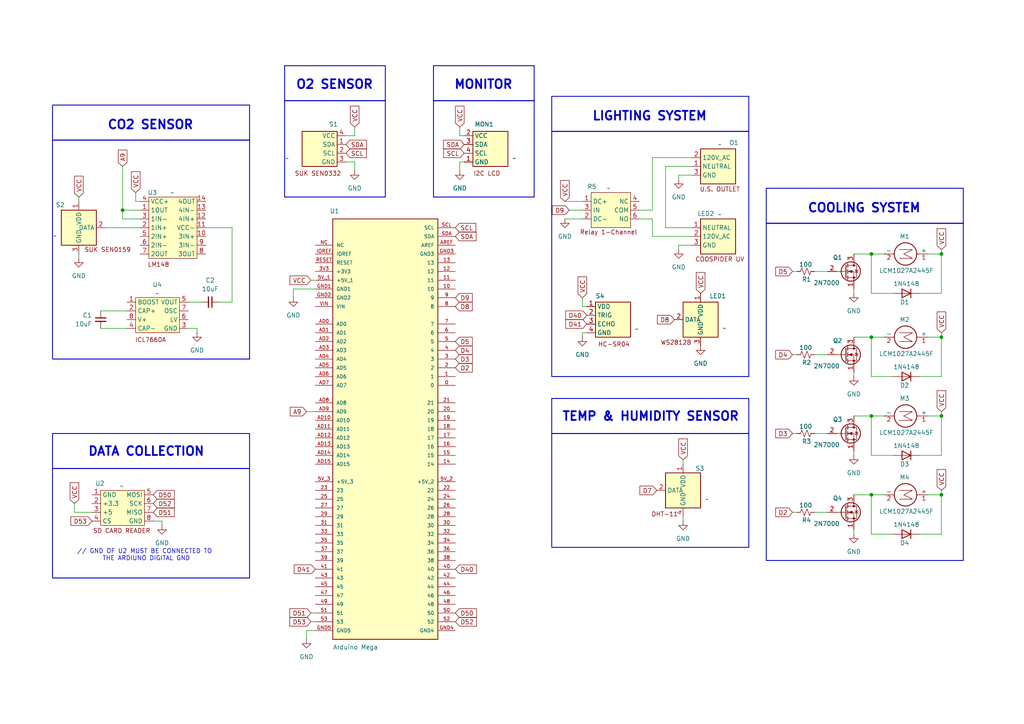
<source format=kicad_sch>
(kicad_sch (version 20231120) (generator "eeschema") (generator_version "8.0")
  (paper "A4")
  (title_block (title "MYCROFARM") (date "2024-11-06") (rev "2"))
  (lib_symbols
    (symbol "Custom:COOSPIDER_UV"
      (property "Reference" "LED" (at 0 0 0))
      (symbol "COOSPIDER_UV_0_1"
        (rectangle (start 0 -1.27) (end 10.16 -11.43) (stroke (width 0.254)) (fill (type background)))
      )
      (symbol "COOSPIDER_UV_1_1"
        (text "COOSPIDER UV\n" (at 4.572 -12.954 0) (effects (font (size 1.27 1.27))))
        (pin power_in line (at 12.7 -3.81 180) (length 2.54) (name "NEUTRAL") (number "1"))
        (pin power_in line (at 12.7 -6.35 180) (length 2.54) (name "120V_AC") (number "2"))
        (pin power_in line (at 12.7 -8.89 180) (length 2.54) (name "GND") (number "3"))
      )
    )
    (symbol "Custom:DHT-11"
      (property "Reference" "S" (at 0 0 0))
      (symbol "DHT-11_0_1"
        (rectangle (start -1.27 -2.54) (end 8.89 -12.7) (stroke (width 0.254)) (fill (type background)))
      )
      (symbol "DHT-11_1_1"
        (text "DHT-11\n" (at 9.144 -14.478 0) (effects (font (size 1.27 1.27))))
        (pin power_in line (at 3.81 0 270) (length 2.54) (name "VDD") (number "1"))
        (pin bidirectional line (at 11.43 -7.62 180) (length 2.54) (name "DATA") (number "2"))
        (pin no_connect line (at -1.27 -7.62 0) (length 2.54) hide (name "NC") (number "3"))
        (pin power_in line (at 3.81 -15.24 90) (length 2.54) (name "GND") (number "4"))
      )
    )
    (symbol "Custom:HC-SR04"
      (property "Reference" "S" (at 0 -1.016 0))
      (symbol "HC-SR04_0_1"
        (rectangle (start 0 -2.54) (end 10.16 -12.7) (stroke (width 0.254)) (fill (type background)))
      )
      (symbol "HC-SR04_1_1"
        (text "HC-SR04\n" (at 5.334 -14.732 0) (effects (font (size 1.27 1.27))))
        (pin power_in line (at -2.54 -3.81 0) (length 2.54) (name "VDD") (number "1"))
        (pin bidirectional line (at -2.54 -6.35 0) (length 2.54) (name "TRIG") (number "2"))
        (pin bidirectional line (at -2.54 -8.89 0) (length 2.54) (name "ECHO") (number "3"))
        (pin power_in line (at -2.54 -11.43 0) (length 2.54) (name "GND") (number "4"))
      )
    )
    (symbol "Custom:ICL7660A"
      (property "Reference" "U" (at -1.27 -1.27 0))
      (symbol "ICL7660A_1_1"
        (rectangle (start -1.27 -2.54) (end 11.43 -12.7) (fill (type background)))
        (text "ICL7660A\n" (at 3.048 -14.732 0) (effects (font (size 1.27 1.27))))
        (pin bidirectional line (at -3.81 -3.81 0) (length 2.54) (name "BOOST") (number "1"))
        (pin input line (at -3.81 -6.35 0) (length 2.54) (name "CAP+") (number "2"))
        (pin power_in line (at 13.97 -11.43 180) (length 2.54) (name "GND") (number "3"))
        (pin input line (at -3.81 -11.43 0) (length 2.54) (name "CAP-") (number "4"))
        (pin output line (at 13.97 -3.81 180) (length 2.54) (name "VOUT") (number "5"))
        (pin input line (at 13.97 -8.89 180) (length 2.54) (name "LV") (number "6"))
        (pin input line (at 13.97 -6.35 180) (length 2.54) (name "OSC") (number "7"))
        (pin power_in line (at -3.81 -8.89 0) (length 2.54) (name "V+") (number "8"))
      )
    )
    (symbol "Custom:LM148"
      (property "Reference" "U" (at 0 0 0))
      (symbol "LM148_1_1"
        (rectangle (start 0 -1.27) (end 13.97 -19.05) (fill (type background)))
        (text "LM148\n" (at 2.794 -20.828 0) (effects (font (size 1.27 1.27))))
        (pin output line (at -2.54 -5.08 0) (length 2.54) (name "1OUT") (number "1"))
        (pin input line (at 16.51 -12.7 180) (length 2.54) (name "3IN+") (number "10"))
        (pin input line (at 16.51 -10.16 180) (length 2.54) (name "VCC-") (number "11"))
        (pin input line (at 16.51 -7.62 180) (length 2.54) (name "4IN+") (number "12"))
        (pin input line (at 16.51 -5.08 180) (length 2.54) (name "4IN-") (number "13"))
        (pin output line (at 16.51 -2.54 180) (length 2.54) (name "4OUT") (number "14"))
        (pin input line (at -2.54 -10.16 0) (length 2.54) (name "1IN+") (number "2"))
        (pin input line (at -2.54 -7.62 0) (length 2.54) (name "1IN-") (number "3"))
        (pin input line (at -2.54 -2.54 0) (length 2.54) (name "VCC+") (number "4"))
        (pin input line (at -2.54 -12.7 0) (length 2.54) (name "2IN+") (number "5"))
        (pin input line (at -2.54 -15.24 0) (length 2.54) (name "2IN-") (number "6"))
        (pin output line (at -2.54 -17.78 0) (length 2.54) (name "2OUT") (number "7"))
        (pin output line (at 16.51 -17.78 180) (length 2.54) (name "3OUT") (number "8"))
        (pin input line (at 16.51 -15.24 180) (length 2.54) (name "3IN-") (number "9"))
      )
    )
    (symbol "Custom:SD_CARD_READER_OF_ARDIUNO_(D9)"
      (property "Reference" "U" (at 0 0 0))
      (symbol "SD_CARD_READER_OF_ARDIUNO_(D9)_1_1"
        (rectangle (start 0 -2.54) (end 12.7 -12.7) (fill (type background)))
        (text "SD CARD READER" (at 6.096 -14.224 0) (effects (font (size 1.27 1.27))))
        (pin power_in line (at -2.54 -3.81 0) (length 2.54) (name "GND") (number "1"))
        (pin power_in line (at -2.54 -6.35 0) (length 2.54) (name "+3.3") (number "2"))
        (pin power_in line (at -2.54 -8.89 0) (length 2.54) (name "+5") (number "3"))
        (pin bidirectional line (at -2.54 -11.43 0) (length 2.54) (name "CS") (number "4"))
        (pin bidirectional line (at 15.24 -3.81 180) (length 2.54) (name "MOSI") (number "5"))
        (pin bidirectional line (at 15.24 -6.35 180) (length 2.54) (name "SCK") (number "6"))
        (pin bidirectional line (at 15.24 -8.89 180) (length 2.54) (name "MISO") (number "7"))
        (pin power_in line (at 15.24 -11.43 180) (length 2.54) (name "GND") (number "8"))
      )
    )
    (symbol "Custom:SKU_SEN0159"
      (property "Reference" "S" (at -1.016 -0.762 0))
      (symbol "SKU_SEN0159_0_1"
        (rectangle (start -1.27 -2.54) (end 8.89 -12.7) (stroke (width 0.254)) (fill (type background)))
      )
      (symbol "SKU_SEN0159_1_1"
        (text "SUK SEN0159" (at 12.192 -13.97 0) (effects (font (size 1.27 1.27))))
        (pin power_in line (at 3.81 0 270) (length 2.54) (name "VDD") (number "1"))
        (pin bidirectional line (at 11.43 -7.62 180) (length 2.54) (name "DATA") (number "2"))
        (pin power_in line (at 3.81 -15.24 90) (length 2.54) (name "GND") (number "3"))
      )
    )
    (symbol "Custom:SKU_SEN0322"
      (property "Reference" "S" (at 0 0 0))
      (symbol "SKU_SEN0322_0_1"
        (rectangle (start -1.27 -1.27) (end 8.89 -11.43) (stroke (width 0.254)) (fill (type background)))
      )
      (symbol "SKU_SEN0322_1_1"
        (text "SUK SEN0332\n" (at 4.318 -13.462 0) (effects (font (size 1.27 1.27))))
        (pin bidirectional line (at -3.81 -5.08 0) (length 2.54) (name "SDA") (number "1"))
        (pin bidirectional line (at -3.81 -7.62 0) (length 2.54) (name "SCL") (number "2"))
        (pin power_in line (at -3.81 -10.16 0) (length 2.54) (name "GND") (number "3"))
        (pin power_in line (at -3.81 -2.54 0) (length 2.54) (name "VCC") (number "4"))
      )
    )
    (symbol "Custom:U.S._OUTLET"
      (property "Reference" "O" (at 0 0 0))
      (symbol "U.S._OUTLET_0_1"
        (rectangle (start -1.27 -2.54) (end 8.89 -12.7) (stroke (width 0.254)) (fill (type background)))
      )
      (symbol "U.S._OUTLET_1_1"
        (text "U.S. OUTLET\n" (at 3.302 -14.224 0) (effects (font (size 1.27 1.27))))
        (pin power_in line (at 11.43 -7.62 180) (length 2.54) (name "NEUTRAL") (number "1"))
        (pin power_in line (at 11.43 -5.08 180) (length 2.54) (name "120V_AC") (number "2"))
        (pin power_in line (at 11.43 -10.16 180) (length 2.54) (name "GND") (number "3"))
      )
    )
    (symbol "Custom:WS2812B_LED_STRIP"
      (property "Reference" "LED" (at 0 0 0))
      (symbol "WS2812B_LED_STRIP_0_1"
        (rectangle (start 0 -1.27) (end 10.16 -11.43) (stroke (width 0.254)) (fill (type background)))
      )
      (symbol "WS2812B_LED_STRIP_1_1"
        (text "WS2812B\n" (at 12.192 -12.954 0) (effects (font (size 1.27 1.27))))
        (pin power_in line (at 5.08 1.27 270) (length 2.54) (name "VDD") (number "1"))
        (pin bidirectional line (at 12.7 -6.35 180) (length 2.54) (name "DATA") (number "2"))
        (pin power_in line (at 5.08 -13.97 90) (length 2.54) (name "GND") (number "3"))
      )
    )
    (symbol "Device:C_Small" (pin_numbers hide) (pin_names (offset 0.254) hide)
      (property "Reference" "C" (at 0.254 1.778 0))
      (property "Value" "C_Small" (at 0.254 -2.032 0))
      (symbol "C_Small_0_1"
        (polyline (pts (xy -1.524 -0.508) (xy 1.524 -0.508)) (stroke (width 0.3302)))
        (polyline (pts (xy -1.524 0.508) (xy 1.524 0.508)) (stroke (width 0.3048)))
      )
      (symbol "C_Small_1_1"
        (pin passive line (at 0 2.54 270) (length 2.032) (name "~") (number "1"))
        (pin passive line (at 0 -2.54 90) (length 2.032) (name "~") (number "2"))
      )
    )
    (symbol "Device:R_Small_US" (pin_numbers hide) (pin_names (offset 0.254) hide)
      (property "Reference" "R" (at 0.762 0.508 0))
      (property "Value" "R_Small_US" (at 0.762 -1.016 0))
      (symbol "R_Small_US_1_1"
        (polyline (pts (xy 0 0) (xy 1.016 -0.381) (xy 0 -0.762) (xy -1.016 -1.143) (xy 0 -1.524)))
        (polyline (pts (xy 0 1.524) (xy 1.016 1.143) (xy 0 0.762) (xy -1.016 0.381) (xy 0 0)))
        (pin passive line (at 0 2.54 270) (length 1.016) (name "~") (number "1"))
        (pin passive line (at 0 -2.54 90) (length 1.016) (name "~") (number "2"))
      )
    )
    (symbol "Diode:1N4148WT" (pin_numbers hide) (pin_names hide)
      (property "Reference" "D" (at 0 2.54 0))
      (property "Value" "1N4148WT" (at 0 -2.54 0))
      (symbol "1N4148WT_0_1"
        (polyline (pts (xy -1.27 1.27) (xy -1.27 -1.27)) (stroke (width 0.254)))
        (polyline (pts (xy 1.27 0) (xy -1.27 0)))
        (polyline (pts (xy 1.27 1.27) (xy 1.27 -1.27) (xy -1.27 0) (xy 1.27 1.27)) (stroke (width 0.254)))
      )
      (symbol "1N4148WT_1_1"
        (pin passive line (at -3.81 0 0) (length 2.54) (name "K") (number "1"))
        (pin passive line (at 3.81 0 180) (length 2.54) (name "A") (number "2"))
      )
    )
    (symbol "I2C_LCD_DISPLAY_1"
      (property "Reference" "MON" (at 0 -1.27 0))
      (symbol "I2C_LCD_DISPLAY_1_0_1"
        (rectangle (start 0 -2.54) (end 10.16 -12.7) (stroke (width 0.254)) (fill (type background)))
      )
      (symbol "I2C_LCD_DISPLAY_1_1_1"
        (text "I2C LCD\n" (at 4.064 -14.732 0) (effects (font (size 1.27 1.27))))
        (pin power_in line (at -2.54 -11.43 0) (length 2.54) (name "GND") (number "1"))
        (pin power_in line (at -2.54 -3.81 0) (length 2.54) (name "VCC") (number "2"))
        (pin bidirectional line (at -2.54 -6.35 0) (length 2.54) (name "SDA") (number "3"))
        (pin bidirectional line (at -2.54 -8.89 0) (length 2.54) (name "SCL") (number "4"))
      )
    )
    (symbol "Motor:Motor_DC" (pin_names (offset 0))
      (property "Reference" "M" (at 2.54 2.54 0))
      (property "Value" "Motor_DC" (at 2.54 -5.08 0))
      (symbol "Motor_DC_0_0"
        (polyline (pts (xy -1.27 -3.302) (xy -1.27 0.508) (xy 0 -2.032) (xy 1.27 0.508) (xy 1.27 -3.302)))
      )
      (symbol "Motor_DC_0_1"
        (circle (center 0 -1.524) (radius 3.2512) (stroke (width 0.254)))
        (polyline (pts (xy 0 -7.62) (xy 0 -7.112)))
        (polyline (pts (xy 0 -4.7752) (xy 0 -5.1816)))
        (polyline (pts (xy 0 1.7272) (xy 0 2.0828)))
        (polyline (pts (xy 0 2.032) (xy 0 2.54)))
      )
      (symbol "Motor_DC_1_1"
        (pin passive line (at 0 5.08 270) (length 2.54) (name "+") (number "1"))
        (pin passive line (at 0 -7.62 90) (length 2.54) (name "-") (number "2"))
      )
    )
    (symbol "Other Integrated Circuits:Relay_5V_1-Channel"
      (property "Reference" "R" (at 0 0 0))
      (symbol "Relay_5V_1-Channel_1_1"
        (rectangle (start -1.27 -1.27) (end 10.16 -11.43) (fill (type background)))
        (text "Relay 1-Channel\n" (at 3.81 -12.7 0) (effects (font (size 1.27 1.27))))
        (pin input line (at -3.81 -3.81 0) (length 2.54) (name "DC+") (number "1"))
        (pin output line (at -3.81 -8.89 0) (length 2.54) (name "DC-") (number "2"))
        (pin input line (at -3.81 -6.35 0) (length 2.54) (name "IN") (number "3"))
        (pin output line (at 12.7 -3.81 180) (length 2.54) (name "NC") (number "4"))
        (pin input line (at 12.7 -6.35 180) (length 2.54) (name "COM") (number "5"))
        (pin output line (at 12.7 -8.89 180) (length 2.54) (name "NO") (number "6"))
      )
    )
    (symbol "Other Microcontroller:Arduino Mega" (pin_names (offset 1.016))
      (property "Reference" "A" (at -15.24 61.595 0))
      (property "Value" "Arduino Mega" (at -15.24 -63.5 0))
      (symbol "Arduino Mega_0_0"
        (rectangle (start -15.24 -60.96) (end 15.24 60.96) (stroke (width 0.254)) (fill (type background)))
        (pin passive line (at 20.32 12.7 180) (length 5.08) (name "0") (number "0"))
        (pin passive line (at 20.32 15.24 180) (length 5.08) (name "1") (number "1"))
        (pin passive line (at 20.32 40.64 180) (length 5.08) (name "10") (number "10"))
        (pin passive line (at 20.32 43.18 180) (length 5.08) (name "11") (number "11"))
        (pin passive line (at 20.32 45.72 180) (length 5.08) (name "12") (number "12"))
        (pin passive line (at 20.32 48.26 180) (length 5.08) (name "13") (number "13"))
        (pin passive line (at 20.32 -10.16 180) (length 5.08) (name "14") (number "14"))
        (pin passive line (at 20.32 -7.62 180) (length 5.08) (name "15") (number "15"))
        (pin passive line (at 20.32 -5.08 180) (length 5.08) (name "16") (number "16"))
        (pin passive line (at 20.32 -2.54 180) (length 5.08) (name "17") (number "17"))
        (pin passive line (at 20.32 0 180) (length 5.08) (name "18") (number "18"))
        (pin passive line (at 20.32 2.54 180) (length 5.08) (name "19") (number "19"))
        (pin passive line (at 20.32 17.78 180) (length 5.08) (name "2") (number "2"))
        (pin passive line (at 20.32 5.08 180) (length 5.08) (name "20") (number "20"))
        (pin passive line (at 20.32 7.62 180) (length 5.08) (name "21") (number "21"))
        (pin passive line (at 20.32 -17.78 180) (length 5.08) (name "22") (number "22"))
        (pin passive line (at -20.32 -17.78 0) (length 5.08) (name "23") (number "23"))
        (pin passive line (at 20.32 -20.32 180) (length 5.08) (name "24") (number "24"))
        (pin passive line (at -20.32 -20.32 0) (length 5.08) (name "25") (number "25"))
        (pin passive line (at 20.32 -22.86 180) (length 5.08) (name "26") (number "26"))
        (pin passive line (at -20.32 -22.86 0) (length 5.08) (name "27") (number "27"))
        (pin passive line (at 20.32 -25.4 180) (length 5.08) (name "28") (number "28"))
        (pin passive line (at -20.32 -25.4 0) (length 5.08) (name "29") (number "29"))
        (pin passive line (at 20.32 20.32 180) (length 5.08) (name "3") (number "3"))
        (pin passive line (at 20.32 -27.94 180) (length 5.08) (name "30") (number "30"))
        (pin passive line (at -20.32 -27.94 0) (length 5.08) (name "31") (number "31"))
        (pin passive line (at 20.32 -30.48 180) (length 5.08) (name "32") (number "32"))
        (pin passive line (at -20.32 -30.48 0) (length 5.08) (name "33") (number "33"))
        (pin passive line (at 20.32 -33.02 180) (length 5.08) (name "34") (number "34"))
        (pin passive line (at -20.32 -33.02 0) (length 5.08) (name "35") (number "35"))
        (pin passive line (at 20.32 -35.56 180) (length 5.08) (name "36") (number "36"))
        (pin passive line (at -20.32 -35.56 0) (length 5.08) (name "37") (number "37"))
        (pin passive line (at 20.32 -38.1 180) (length 5.08) (name "38") (number "38"))
        (pin passive line (at -20.32 -38.1 0) (length 5.08) (name "39") (number "39"))
        (pin passive line (at -20.32 45.72 0) (length 5.08) (name "+3V3") (number "3V3"))
        (pin passive line (at 20.32 22.86 180) (length 5.08) (name "4") (number "4"))
        (pin passive line (at 20.32 -40.64 180) (length 5.08) (name "40") (number "40"))
        (pin passive line (at -20.32 -40.64 0) (length 5.08) (name "41") (number "41"))
        (pin passive line (at 20.32 -43.18 180) (length 5.08) (name "42") (number "42"))
        (pin passive line (at -20.32 -43.18 0) (length 5.08) (name "43") (number "43"))
        (pin passive line (at 20.32 -45.72 180) (length 5.08) (name "44") (number "44"))
        (pin passive line (at -20.32 -45.72 0) (length 5.08) (name "45") (number "45"))
        (pin passive line (at 20.32 -48.26 180) (length 5.08) (name "46") (number "46"))
        (pin passive line (at -20.32 -48.26 0) (length 5.08) (name "47") (number "47"))
        (pin passive line (at 20.32 -50.8 180) (length 5.08) (name "48") (number "48"))
        (pin passive line (at -20.32 -50.8 0) (length 5.08) (name "49") (number "49"))
        (pin passive line (at 20.32 25.4 180) (length 5.08) (name "5") (number "5"))
        (pin passive line (at 20.32 -53.34 180) (length 5.08) (name "50") (number "50"))
        (pin passive line (at -20.32 -53.34 0) (length 5.08) (name "51") (number "51"))
        (pin passive line (at 20.32 -55.88 180) (length 5.08) (name "52") (number "52"))
        (pin passive line (at -20.32 -55.88 0) (length 5.08) (name "53") (number "53"))
        (pin passive line (at -20.32 43.18 0) (length 5.08) (name "+5V_1") (number "5V_1"))
        (pin passive line (at 20.32 -15.24 180) (length 5.08) (name "+5V_2") (number "5V_2"))
        (pin passive line (at -20.32 -15.24 0) (length 5.08) (name "+5V_3") (number "5V_3"))
        (pin passive line (at 20.32 27.94 180) (length 5.08) (name "6") (number "6"))
        (pin passive line (at 20.32 30.48 180) (length 5.08) (name "7") (number "7"))
        (pin passive line (at 20.32 35.56 180) (length 5.08) (name "8") (number "8"))
        (pin passive line (at 20.32 38.1 180) (length 5.08) (name "9") (number "9"))
        (pin passive line (at -20.32 30.48 0) (length 5.08) (name "AD0") (number "AD0"))
        (pin passive line (at -20.32 27.94 0) (length 5.08) (name "AD1") (number "AD1"))
        (pin passive line (at -20.32 2.54 0) (length 5.08) (name "AD10") (number "AD10"))
        (pin passive line (at -20.32 0 0) (length 5.08) (name "AD11") (number "AD11"))
        (pin passive line (at -20.32 -2.54 0) (length 5.08) (name "AD12") (number "AD12"))
        (pin passive line (at -20.32 -5.08 0) (length 5.08) (name "AD13") (number "AD13"))
        (pin passive line (at -20.32 -7.62 0) (length 5.08) (name "AD14") (number "AD14"))
        (pin passive line (at -20.32 -10.16 0) (length 5.08) (name "AD15") (number "AD15"))
        (pin passive line (at -20.32 25.4 0) (length 5.08) (name "AD2") (number "AD2"))
        (pin passive line (at -20.32 22.86 0) (length 5.08) (name "AD3") (number "AD3"))
        (pin passive line (at -20.32 20.32 0) (length 5.08) (name "AD4") (number "AD4"))
        (pin passive line (at -20.32 17.78 0) (length 5.08) (name "AD5") (number "AD5"))
        (pin passive line (at -20.32 15.24 0) (length 5.08) (name "AD6") (number "AD6"))
        (pin passive line (at -20.32 12.7 0) (length 5.08) (name "AD7") (number "AD7"))
        (pin passive line (at -20.32 7.62 0) (length 5.08) (name "AD8") (number "AD8"))
        (pin passive line (at -20.32 5.08 0) (length 5.08) (name "AD9") (number "AD9"))
        (pin passive line (at 20.32 53.34 180) (length 5.08) (name "AREF") (number "AREF"))
        (pin passive line (at -20.32 40.64 0) (length 5.08) (name "GND1") (number "GND1"))
        (pin passive line (at -20.32 38.1 0) (length 5.08) (name "GND2") (number "GND2"))
        (pin passive line (at 20.32 50.8 180) (length 5.08) (name "GND3") (number "GND3"))
        (pin passive line (at 20.32 -58.42 180) (length 5.08) (name "GND4") (number "GND4"))
        (pin passive line (at -20.32 -58.42 0) (length 5.08) (name "GND5") (number "GND5"))
        (pin passive line (at -20.32 50.8 0) (length 5.08) (name "IOREF") (number "IOREF"))
        (pin passive line (at -20.32 53.34 0) (length 5.08) (name "NC") (number "NC"))
        (pin passive line (at -20.32 48.26 0) (length 5.08) (name "RESET") (number "RESET"))
        (pin passive line (at 20.32 58.42 180) (length 5.08) (name "SCL") (number "SCL"))
        (pin passive line (at 20.32 55.88 180) (length 5.08) (name "SDA") (number "SDA"))
        (pin passive line (at -20.32 35.56 0) (length 5.08) (name "VIN") (number "VIN"))
      )
    )
    (symbol "Transistor_FET:2N7000" (pin_names hide)
      (property "Reference" "Q" (at 5.08 1.905 0))
      (property "Value" "2N7000" (at 5.08 0 0))
      (symbol "2N7000_0_1"
        (polyline (pts (xy 0.254 0) (xy -2.54 0)))
        (polyline (pts (xy 0.254 1.905) (xy 0.254 -1.905)) (stroke (width 0.254)))
        (polyline (pts (xy 0.762 -1.27) (xy 0.762 -2.286)) (stroke (width 0.254)))
        (polyline (pts (xy 0.762 0.508) (xy 0.762 -0.508)) (stroke (width 0.254)))
        (polyline (pts (xy 0.762 2.286) (xy 0.762 1.27)) (stroke (width 0.254)))
        (polyline (pts (xy 2.54 2.54) (xy 2.54 1.778)))
        (polyline (pts (xy 2.54 -2.54) (xy 2.54 0) (xy 0.762 0)))
        (polyline (pts (xy 0.762 -1.778) (xy 3.302 -1.778) (xy 3.302 1.778) (xy 0.762 1.778)))
        (polyline (pts (xy 1.016 0) (xy 2.032 0.381) (xy 2.032 -0.381) (xy 1.016 0)) (fill (type outline)))
        (polyline (pts (xy 2.794 0.508) (xy 2.921 0.381) (xy 3.683 0.381) (xy 3.81 0.254)))
        (polyline (pts (xy 3.302 0.381) (xy 2.921 -0.254) (xy 3.683 -0.254) (xy 3.302 0.381)))
        (circle (center 1.651 0) (radius 2.794) (stroke (width 0.254)))
        (circle (center 2.54 -1.778) (radius 0.254) (fill (type outline)))
        (circle (center 2.54 1.778) (radius 0.254) (fill (type outline)))
      )
      (symbol "2N7000_1_1"
        (pin passive line (at 2.54 -5.08 90) (length 2.54) (name "S") (number "1"))
        (pin input line (at -5.08 0 0) (length 2.54) (name "G") (number "2"))
        (pin passive line (at 2.54 5.08 270) (length 2.54) (name "D") (number "3"))
      )
    )
    (symbol "power:GND" (power) (pin_numbers hide) (pin_names (offset 0) hide)
      (property "Value" "GND" (at 0 -3.81 0))
      (symbol "GND_0_1"
        (polyline (pts (xy 0 0) (xy 0 -1.27) (xy 1.27 -1.27) (xy 0 -2.54) (xy -1.27 -1.27) (xy 0 -1.27)))
      )
      (symbol "GND_1_1"
        (pin power_in line (at 0 0 270) (length 0) (name "~") (number "1"))
      )
    )
  )
  (junction (at 35.56 60.96))
  (junction (at 273.05 120.65))
  (junction (at 252.73 73.66))
  (junction (at 273.05 97.79))
  (junction (at 273.05 73.66))
  (junction (at 252.73 97.79))
  (junction (at 273.05 143.51))
  (junction (at 252.73 143.51))
  (junction (at 252.73 120.65))
  (wire (pts (xy 200.66 50.8) (xy 196.85 50.8)))
  (wire (pts (xy 46.99 151.13) (xy 46.99 152.4)))
  (wire (pts (xy 273.05 142.24) (xy 273.05 143.51)))
  (wire (pts (xy 196.85 71.12) (xy 196.85 72.39)))
  (wire (pts (xy 21.59 146.05) (xy 21.59 148.59)))
  (wire (pts (xy 269.24 143.51) (xy 273.05 143.51)))
  (wire (pts (xy 189.23 60.96) (xy 185.42 60.96)))
  (wire (pts (xy 189.23 45.72) (xy 189.23 60.96)))
  (wire (pts (xy 170.18 96.52) (xy 168.91 96.52)))
  (wire (pts (xy 189.23 45.72) (xy 200.66 45.72)))
  (wire (pts (xy 229.87 102.87) (xy 231.14 102.87)))
  (wire (pts (xy 269.24 73.66) (xy 273.05 73.66)))
  (wire (pts (xy 133.35 39.37) (xy 134.62 39.37)))
  (wire (pts (xy 90.17 81.28) (xy 91.44 81.28)))
  (wire (pts (xy 266.7 132.08) (xy 273.05 132.08)))
  (wire (pts (xy 252.73 85.09) (xy 259.08 85.09)))
  (wire (pts (xy 189.23 63.5) (xy 189.23 68.58)))
  (wire (pts (xy 90.17 177.8) (xy 91.44 177.8)))
  (wire (pts (xy 252.73 109.22) (xy 259.08 109.22)))
  (wire (pts (xy 273.05 96.52) (xy 273.05 97.79)))
  (wire (pts (xy 273.05 72.39) (xy 273.05 73.66)))
  (wire (pts (xy 102.87 49.53) (xy 102.87 46.99)))
  (wire (pts (xy 39.37 58.42) (xy 40.64 58.42)))
  (wire (pts (xy 196.85 50.8) (xy 196.85 52.07)))
  (wire (pts (xy 236.22 148.59) (xy 240.03 148.59)))
  (wire (pts (xy 44.45 151.13) (xy 46.99 151.13)))
  (wire (pts (xy 91.44 182.88) (xy 88.9 182.88)))
  (wire (pts (xy 193.04 66.04) (xy 200.66 66.04)))
  (wire (pts (xy 198.12 134.62) (xy 198.12 133.35)))
  (wire (pts (xy 252.73 97.79) (xy 252.73 109.22)))
  (wire (pts (xy 247.65 143.51) (xy 252.73 143.51)))
  (wire (pts (xy 236.22 102.87) (xy 240.03 102.87)))
  (wire (pts (xy 29.21 95.25) (xy 36.83 95.25)))
  (wire (pts (xy 247.65 130.81) (xy 247.65 132.08)))
  (wire (pts (xy 85.09 83.82) (xy 85.09 86.36)))
  (wire (pts (xy 266.7 109.22) (xy 273.05 109.22)))
  (wire (pts (xy 269.24 120.65) (xy 273.05 120.65)))
  (wire (pts (xy 200.66 48.26) (xy 193.04 48.26)))
  (wire (pts (xy 133.35 49.53) (xy 133.35 46.99)))
  (wire (pts (xy 193.04 48.26) (xy 193.04 66.04)))
  (wire (pts (xy 247.65 120.65) (xy 252.73 120.65)))
  (wire (pts (xy 252.73 73.66) (xy 256.54 73.66)))
  (wire (pts (xy 40.64 63.5) (xy 35.56 63.5)))
  (wire (pts (xy 102.87 39.37) (xy 102.87 36.83)))
  (wire (pts (xy 273.05 97.79) (xy 273.05 109.22)))
  (wire (pts (xy 252.73 97.79) (xy 256.54 97.79)))
  (wire (pts (xy 54.61 87.63) (xy 58.42 87.63)))
  (wire (pts (xy 39.37 55.88) (xy 39.37 58.42)))
  (wire (pts (xy 165.1 60.96) (xy 168.91 60.96)))
  (wire (pts (xy 266.7 85.09) (xy 273.05 85.09)))
  (wire (pts (xy 57.15 95.25) (xy 57.15 96.52)))
  (wire (pts (xy 21.59 148.59) (xy 26.67 148.59)))
  (wire (pts (xy 252.73 120.65) (xy 256.54 120.65)))
  (wire (pts (xy 133.35 46.99) (xy 134.62 46.99)))
  (wire (pts (xy 88.9 182.88) (xy 88.9 185.42)))
  (wire (pts (xy 252.73 73.66) (xy 252.73 85.09)))
  (wire (pts (xy 252.73 154.94) (xy 259.08 154.94)))
  (wire (pts (xy 90.17 180.34) (xy 91.44 180.34)))
  (wire (pts (xy 273.05 73.66) (xy 273.05 85.09)))
  (wire (pts (xy 247.65 83.82) (xy 247.65 85.09)))
  (wire (pts (xy 252.73 132.08) (xy 259.08 132.08)))
  (wire (pts (xy 236.22 78.74) (xy 240.03 78.74)))
  (wire (pts (xy 85.09 83.82) (xy 91.44 83.82)))
  (wire (pts (xy 236.22 125.73) (xy 240.03 125.73)))
  (wire (pts (xy 266.7 154.94) (xy 273.05 154.94)))
  (wire (pts (xy 29.21 90.17) (xy 36.83 90.17)))
  (wire (pts (xy 269.24 97.79) (xy 273.05 97.79)))
  (wire (pts (xy 91.44 119.38) (xy 88.9 119.38)))
  (wire (pts (xy 35.56 48.26) (xy 35.56 60.96)))
  (wire (pts (xy 247.65 97.79) (xy 252.73 97.79)))
  (wire (pts (xy 189.23 68.58) (xy 200.66 68.58)))
  (wire (pts (xy 200.66 71.12) (xy 196.85 71.12)))
  (wire (pts (xy 252.73 143.51) (xy 252.73 154.94)))
  (wire (pts (xy 273.05 120.65) (xy 273.05 132.08)))
  (wire (pts (xy 229.87 148.59) (xy 231.14 148.59)))
  (wire (pts (xy 67.31 87.63) (xy 63.5 87.63)))
  (wire (pts (xy 185.42 63.5) (xy 189.23 63.5)))
  (wire (pts (xy 35.56 60.96) (xy 40.64 60.96)))
  (wire (pts (xy 30.48 66.04) (xy 40.64 66.04)))
  (wire (pts (xy 35.56 60.96) (xy 35.56 63.5)))
  (wire (pts (xy 102.87 46.99) (xy 100.33 46.99)))
  (wire (pts (xy 168.91 96.52) (xy 168.91 97.79)))
  (wire (pts (xy 273.05 119.38) (xy 273.05 120.65)))
  (wire (pts (xy 67.31 66.04) (xy 67.31 87.63)))
  (wire (pts (xy 22.86 73.66) (xy 22.86 74.93)))
  (wire (pts (xy 198.12 149.86) (xy 198.12 151.13)))
  (wire (pts (xy 247.65 153.67) (xy 247.65 154.94)))
  (wire (pts (xy 168.91 86.36) (xy 168.91 88.9)))
  (wire (pts (xy 170.18 88.9) (xy 168.91 88.9)))
  (wire (pts (xy 247.65 107.95) (xy 247.65 109.22)))
  (wire (pts (xy 54.61 95.25) (xy 57.15 95.25)))
  (wire (pts (xy 163.83 58.42) (xy 168.91 58.42)))
  (wire (pts (xy 273.05 143.51) (xy 273.05 154.94)))
  (wire (pts (xy 252.73 120.65) (xy 252.73 132.08)))
  (wire (pts (xy 252.73 143.51) (xy 256.54 143.51)))
  (wire (pts (xy 229.87 125.73) (xy 231.14 125.73)))
  (wire (pts (xy 22.86 57.15) (xy 22.86 58.42)))
  (wire (pts (xy 163.83 63.5) (xy 168.91 63.5)))
  (wire (pts (xy 100.33 39.37) (xy 102.87 39.37)))
  (wire (pts (xy 133.35 39.37) (xy 133.35 36.83)))
  (wire (pts (xy 247.65 73.66) (xy 252.73 73.66)))
  (wire (pts (xy 229.87 78.74) (xy 231.14 78.74)))
  (wire (pts (xy 59.69 66.04) (xy 67.31 66.04)))
  (rectangle (start 222.25 54.61) (end 279.4 64.77) (stroke (width 0.254)))
  (rectangle (start 160.02 115.57) (end 217.17 125.73) (stroke (width 0.254)))
  (rectangle (start 15.24 135.89) (end 72.39 167.64) (stroke (width 0.254)))
  (rectangle (start 15.24 125.73) (end 72.39 135.89) (stroke (width 0.254)))
  (rectangle (start 82.55 29.21) (end 111.76 57.15) (stroke (width 0.254)))
  (rectangle (start 160.02 38.1) (end 217.17 109.22) (stroke (width 0.254)))
  (rectangle (start 160.02 27.94) (end 217.17 38.1) (stroke (width 0.254)))
  (rectangle (start 15.24 30.48) (end 72.39 40.64) (stroke (width 0.254)))
  (rectangle (start 82.55 19.05) (end 111.76 29.21) (stroke (width 0.254)))
  (rectangle (start 125.73 29.21) (end 154.94 57.15) (stroke (width 0.254)))
  (rectangle (start 222.25 64.77) (end 279.4 162.56) (stroke (width 0.254)))
  (rectangle (start 125.73 19.05) (end 154.94 29.21) (stroke (width 0.254)))
  (rectangle (start 160.02 125.73) (end 217.17 158.75) (stroke (width 0.254)))
  (rectangle (start 15.24 40.64) (end 72.39 104.14) (stroke (width 0.254)))
  (text "TEMP & HUMIDITY SENSOR" (at 188.722 120.904 0) (effects (font (size 2.54 2.54) (thickness 0.508) (bold yes))))
  (text "\n LIGHTING SYSTEM" (at 187.452 31.75 0) (effects (font (size 2.54 2.54) (thickness 0.508) (bold yes))))
  (text "DATA COLLECTION\n" (at 42.418 131.064 0) (effects (font (size 2.54 2.54) (thickness 0.508) (bold yes))))
  (text "O2 SENSOR\n" (at 97.028 24.638 0) (effects (font (size 2.54 2.54) (thickness 0.508) (bold yes))))
  (text "MONITOR\n" (at 140.208 24.638 0) (effects (font (size 2.54 2.54) (thickness 0.508) (bold yes))))
  (text "// GND OF U2 MUST BE CONNECTED TO \nTHE ARDIUNO DIGITAL GND" (at 42.418 161.036 0) (effects (font (size 1.27 1.27))))
  (text "\n COOLING SYSTEM" (at 249.682 58.42 0) (effects (font (size 2.54 2.54) (thickness 0.508) (bold yes))))
  (text "\n CO2 SENSOR" (at 42.672 34.29 0) (effects (font (size 2.54 2.54) (thickness 0.508) (bold yes))))
  (global_label "D40" (shape input) (at 170.18 91.44 180) (property "Intersheetrefs" "${INTERSHEET_REFS}" (effects (hide yes))))
  (global_label "D8" (shape input) (at 195.58 92.71 180) (property "Intersheetrefs" "${INTERSHEET_REFS}" (effects (hide yes))))
  (global_label "A9" (shape input) (at 88.9 119.38 180) (property "Intersheetrefs" "${INTERSHEET_REFS}" (effects (hide yes))))
  (global_label "VCC" (shape input) (at 273.05 142.24 90) (property "Intersheetrefs" "${INTERSHEET_REFS}" (effects (hide yes))))
  (global_label "D51" (shape input) (at 90.17 177.8 180) (property "Intersheetrefs" "${INTERSHEET_REFS}" (effects (hide yes))))
  (global_label "VCC" (shape input) (at 168.91 86.36 90) (property "Intersheetrefs" "${INTERSHEET_REFS}" (effects (hide yes))))
  (global_label "D52" (shape input) (at 44.45 146.05 0) (property "Intersheetrefs" "${INTERSHEET_REFS}" (effects (hide yes))))
  (global_label "VCC" (shape input) (at 163.83 58.42 90) (property "Intersheetrefs" "${INTERSHEET_REFS}" (effects (hide yes))))
  (global_label "SCL" (shape input) (at 134.62 44.45 180) (property "Intersheetrefs" "${INTERSHEET_REFS}" (effects (hide yes))))
  (global_label "D41" (shape input) (at 91.44 165.1 180) (property "Intersheetrefs" "${INTERSHEET_REFS}" (effects (hide yes))))
  (global_label "D50" (shape input) (at 132.08 177.8 0) (property "Intersheetrefs" "${INTERSHEET_REFS}" (effects (hide yes))))
  (global_label "A9" (shape input) (at 35.56 48.26 90) (property "Intersheetrefs" "${INTERSHEET_REFS}" (effects (hide yes))))
  (global_label "VCC" (shape input) (at 273.05 72.39 90) (property "Intersheetrefs" "${INTERSHEET_REFS}" (effects (hide yes))))
  (global_label "D41" (shape input) (at 170.18 93.98 180) (property "Intersheetrefs" "${INTERSHEET_REFS}" (effects (hide yes))))
  (global_label "D40" (shape input) (at 132.08 165.1 0) (property "Intersheetrefs" "${INTERSHEET_REFS}" (effects (hide yes))))
  (global_label "SDA" (shape input) (at 132.08 68.58 0) (property "Intersheetrefs" "${INTERSHEET_REFS}" (effects (hide yes))))
  (global_label "D5" (shape input) (at 132.08 99.06 0) (property "Intersheetrefs" "${INTERSHEET_REFS}" (effects (hide yes))))
  (global_label "D52" (shape input) (at 132.08 180.34 0) (property "Intersheetrefs" "${INTERSHEET_REFS}" (effects (hide yes))))
  (global_label "VCC" (shape input) (at 22.86 57.15 90) (property "Intersheetrefs" "${INTERSHEET_REFS}" (effects (hide yes))))
  (global_label "D4" (shape input) (at 132.08 101.6 0) (property "Intersheetrefs" "${INTERSHEET_REFS}" (effects (hide yes))))
  (global_label "VCC" (shape input) (at 102.87 36.83 90) (property "Intersheetrefs" "${INTERSHEET_REFS}" (effects (hide yes))))
  (global_label "VCC" (shape input) (at 198.12 133.35 90) (property "Intersheetrefs" "${INTERSHEET_REFS}" (effects (hide yes))))
  (global_label "D3" (shape input) (at 132.08 104.14 0) (property "Intersheetrefs" "${INTERSHEET_REFS}" (effects (hide yes))))
  (global_label "SDA" (shape input) (at 100.33 41.91 0) (property "Intersheetrefs" "${INTERSHEET_REFS}" (effects (hide yes))))
  (global_label "D2" (shape input) (at 229.87 148.59 180) (property "Intersheetrefs" "${INTERSHEET_REFS}" (effects (hide yes))))
  (global_label "SCL" (shape input) (at 132.08 66.04 0) (property "Intersheetrefs" "${INTERSHEET_REFS}" (effects (hide yes))))
  (global_label "D50" (shape input) (at 44.45 143.51 0) (property "Intersheetrefs" "${INTERSHEET_REFS}" (effects (hide yes))))
  (global_label "VCC" (shape input) (at 90.17 81.28 180) (property "Intersheetrefs" "${INTERSHEET_REFS}" (effects (hide yes))))
  (global_label "VCC" (shape input) (at 273.05 119.38 90) (property "Intersheetrefs" "${INTERSHEET_REFS}" (effects (hide yes))))
  (global_label "D3" (shape input) (at 229.87 125.73 180) (property "Intersheetrefs" "${INTERSHEET_REFS}" (effects (hide yes))))
  (global_label "VCC" (shape input) (at 21.59 146.05 90) (property "Intersheetrefs" "${INTERSHEET_REFS}" (effects (hide yes))))
  (global_label "VCC" (shape input) (at 203.2 85.09 90) (property "Intersheetrefs" "${INTERSHEET_REFS}" (effects (hide yes))))
  (global_label "D53" (shape input) (at 26.67 151.13 180) (property "Intersheetrefs" "${INTERSHEET_REFS}" (effects (hide yes))))
  (global_label "D4" (shape input) (at 229.87 102.87 180) (property "Intersheetrefs" "${INTERSHEET_REFS}" (effects (hide yes))))
  (global_label "D7" (shape input) (at 190.5 142.24 180) (property "Intersheetrefs" "${INTERSHEET_REFS}" (effects (hide yes))))
  (global_label "D8" (shape input) (at 132.08 88.9 0) (property "Intersheetrefs" "${INTERSHEET_REFS}" (effects (hide yes))))
  (global_label "D2" (shape input) (at 132.08 106.68 0) (property "Intersheetrefs" "${INTERSHEET_REFS}" (effects (hide yes))))
  (global_label "D53" (shape input) (at 90.17 180.34 180) (property "Intersheetrefs" "${INTERSHEET_REFS}" (effects (hide yes))))
  (global_label "SDA" (shape input) (at 134.62 41.91 180) (property "Intersheetrefs" "${INTERSHEET_REFS}" (effects (hide yes))))
  (global_label "D9" (shape input) (at 165.1 60.96 180) (property "Intersheetrefs" "${INTERSHEET_REFS}" (effects (hide yes))))
  (global_label "D5" (shape input) (at 229.87 78.74 180) (property "Intersheetrefs" "${INTERSHEET_REFS}" (effects (hide yes))))
  (global_label "SCL" (shape input) (at 100.33 44.45 0) (property "Intersheetrefs" "${INTERSHEET_REFS}" (effects (hide yes))))
  (global_label "D51" (shape input) (at 44.45 148.59 0) (property "Intersheetrefs" "${INTERSHEET_REFS}" (effects (hide yes))))
  (global_label "VCC" (shape input) (at 133.35 36.83 90) (property "Intersheetrefs" "${INTERSHEET_REFS}" (effects (hide yes))))
  (global_label "VCC" (shape input) (at 39.37 55.88 90) (property "Intersheetrefs" "${INTERSHEET_REFS}" (effects (hide yes))))
  (global_label "D9" (shape input) (at 132.08 86.36 0) (property "Intersheetrefs" "${INTERSHEET_REFS}" (effects (hide yes))))
  (global_label "VCC" (shape input) (at 273.05 96.52 90) (property "Intersheetrefs" "${INTERSHEET_REFS}" (effects (hide yes))))
  (symbol (lib_name "I2C_LCD_DISPLAY_1") (lib_id "Custom:I2C_LCD_DISPLAY") (at 137.16 35.56 0) (unit 1)
    (property "Reference" "MON1" (at 137.668 36.068 0) (effects (justify left)))
    (property "Value" "~" (at 148.59 45.9133 0) (effects (justify left)))
  )
  (symbol (lib_id "power:GND") (at 247.65 132.08 0) (unit 1)
    (property "Reference" "#PWR04" (effects (hide yes)))
    (property "Value" "GND" (at 247.65 137.16 0))
    (property "Description" "Power symbol creates a global label with name \"GND\" , ground" (effects (hide yes)))
  )
  (symbol (lib_id "power:GND") (at 196.85 52.07 0) (unit 1)
    (property "Reference" "#PWR013" (effects (hide yes)))
    (property "Value" "GND" (at 196.85 57.15 0))
    (property "Description" "Power symbol creates a global label with name \"GND\" , ground" (effects (hide yes)))
  )
  (symbol (lib_id "power:GND") (at 46.99 152.4 0) (unit 1)
    (property "Reference" "#PWR08" (effects (hide yes)))
    (property "Value" "GND" (at 46.99 157.48 0))
    (property "Description" "Power symbol creates a global label with name \"GND\" , ground" (effects (hide yes)))
  )
  (symbol (lib_id "Device:C_Small") (at 29.21 92.71 0) (mirror y) (unit 1)
    (property "Reference" "C1" (at 26.67 91.4462 0) (effects (justify left)))
    (property "Value" "10uF" (at 26.67 93.9862 0) (effects (justify left)))
    (property "Description" "Unpolarized capacitor, small symbol" (effects (hide yes)))
  )
  (symbol (lib_id "power:GND") (at 247.65 109.22 0) (unit 1)
    (property "Reference" "#PWR03" (effects (hide yes)))
    (property "Value" "GND" (at 247.65 114.3 0))
    (property "Description" "Power symbol creates a global label with name \"GND\" , ground" (effects (hide yes)))
  )
  (symbol (lib_id "Custom:HC-SR04") (at 172.72 85.09 0) (unit 1)
    (property "Reference" "S4" (at 172.72 85.852 0) (effects (justify left)))
    (property "Value" "~" (at 184.15 95.4433 0) (effects (justify left)))
  )
  (symbol (lib_id "Motor:Motor_DC") (at 264.16 73.66 270) (mirror x) (unit 1)
    (property "Reference" "M1" (at 262.382 68.58 90))
    (property "Value" "LCM1027A2445F" (at 262.89 78.486 90))
    (property "Description" "DC Motor" (effects (hide yes)))
  )
  (symbol (lib_id "Motor:Motor_DC") (at 264.16 143.51 270) (mirror x) (unit 1)
    (property "Reference" "M4" (at 262.382 138.43 90))
    (property "Value" "LCM1027A2445F" (at 262.89 148.336 90))
    (property "Description" "DC Motor" (effects (hide yes)))
  )
  (symbol (lib_id "Custom:SKU_SEN0159") (at 19.05 58.42 0) (unit 1)
    (property "Reference" "S2" (at 18.796 59.436 0) (effects (justify right)))
    (property "Value" "~" (at 16.51 68.3923 0) (effects (justify right)))
  )
  (symbol (lib_id "Custom:U.S._OUTLET") (at 212.09 40.64 0) (mirror y) (unit 1)
    (property "Reference" "O1" (at 212.852 41.402 0))
    (property "Value" "~" (at 208.788 41.91 0))
  )
  (symbol (lib_id "Transistor_FET:2N7000") (at 245.11 102.87 0) (unit 1)
    (property "Reference" "Q2" (at 241.554 98.806 0) (effects (justify left)))
    (property "Value" "2N7000" (at 235.966 106.172 0) (effects (justify left)))
    (property "Footprint" "Package_TO_SOT_THT:TO-92_Inline" (effects (hide yes)))
    (property "Datasheet" "https://www.vishay.com/docs/70226/70226.pdf" (effects (hide yes)))
    (property "Description" "0.2A Id, 200V Vds, N-Channel MOSFET, 2.6V Logic Level, TO-92" (effects (hide yes)))
  )
  (symbol (lib_id "power:GND") (at 203.2 100.33 0) (unit 1)
    (property "Reference" "#PWR011" (effects (hide yes)))
    (property "Value" "GND" (at 203.2 105.41 0))
    (property "Description" "Power symbol creates a global label with name \"GND\" , ground" (effects (hide yes)))
  )
  (symbol (lib_id "Diode:1N4148WT") (at 262.89 154.94 0) (mirror y) (unit 1)
    (property "Reference" "D4" (at 262.382 157.48 0))
    (property "Value" "1N4148" (at 262.89 152.146 0))
    (property "Footprint" "Diode_SMD:D_SOD-523" (effects (hide yes)))
    (property "Datasheet" "https://www.diodes.com/assets/Datasheets/ds30396.pdf" (effects (hide yes)))
    (property "Description" "75V 0.15A Fast switching Diode, SOD-523" (effects (hide yes)))
    (property "Sim.Device" "D" (effects (hide yes)))
    (property "Sim.Pins" "1=K 2=A" (effects (hide yes)))
  )
  (symbol (lib_id "Motor:Motor_DC") (at 264.16 120.65 270) (mirror x) (unit 1)
    (property "Reference" "M3" (at 262.382 115.57 90))
    (property "Value" "LCM1027A2445F" (at 262.89 125.476 90))
    (property "Description" "DC Motor" (effects (hide yes)))
  )
  (symbol (lib_id "Custom:SKU_SEN0322") (at 96.52 36.83 0) (mirror y) (unit 1)
    (property "Reference" "S1" (at 98.044 36.068 0) (effects (justify left)))
    (property "Value" "~" (at 83.82 45.9133 0) (effects (justify left)))
  )
  (symbol (lib_id "power:GND") (at 102.87 49.53 0) (unit 1)
    (property "Reference" "#PWR016" (effects (hide yes)))
    (property "Value" "GND" (at 102.87 54.61 0))
    (property "Description" "Power symbol creates a global label with name \"GND\" , ground" (effects (hide yes)))
  )
  (symbol (lib_id "Transistor_FET:2N7000") (at 245.11 125.73 0) (unit 1)
    (property "Reference" "Q3" (at 241.554 121.666 0) (effects (justify left)))
    (property "Value" "2N7000" (at 235.966 129.032 0) (effects (justify left)))
    (property "Footprint" "Package_TO_SOT_THT:TO-92_Inline" (effects (hide yes)))
    (property "Datasheet" "https://www.vishay.com/docs/70226/70226.pdf" (effects (hide yes)))
    (property "Description" "0.2A Id, 200V Vds, N-Channel MOSFET, 2.6V Logic Level, TO-92" (effects (hide yes)))
  )
  (symbol (lib_id "power:GND") (at 85.09 86.36 0) (unit 1)
    (property "Reference" "#PWR015" (effects (hide yes)))
    (property "Value" "GND" (at 85.09 91.44 0))
    (property "Description" "Power symbol creates a global label with name \"GND\" , ground" (effects (hide yes)))
  )
  (symbol (lib_id "Custom:WS2812B_LED_STRIP") (at 208.28 86.36 0) (mirror y) (unit 1)
    (property "Reference" "LED1" (at 205.74 85.852 0) (effects (justify right)))
    (property "Value" "~" (at 209.55 95.1893 0) (effects (justify right)))
  )
  (symbol (lib_id "power:GND") (at 198.12 151.13 0) (mirror y) (unit 1)
    (property "Reference" "#PWR01" (effects (hide yes)))
    (property "Value" "GND" (at 198.12 156.21 0))
    (property "Description" "Power symbol creates a global label with name \"GND\" , ground" (effects (hide yes)))
  )
  (symbol (lib_id "Custom:DHT-11") (at 201.93 134.62 0) (mirror y) (unit 1)
    (property "Reference" "S3" (at 201.676 135.89 0) (effects (justify right)))
    (property "Value" "~" (at 204.47 144.8463 0) (effects (justify right)))
  )
  (symbol (lib_id "Other Microcontroller:Arduino Mega") (at 111.76 124.46 0) (unit 1)
    (property "Reference" "U1" (at 97.028 61.214 0))
    (property "Value" "Arduino Mega" (at 103.124 187.706 0))
    (property "Footprint" "A000067:ARDUINO_A000067" (effects (hide yes)))
    (property "Description" "8-bit board with 54 digital pins, 16 analog inputs, and 4 serial ports." (effects (hide yes)))
    (property "MF" "Arduino" (effects (hide yes)))
    (property "PACKAGE" "None" (effects (hide yes)))
    (property "PRICE" "None" (effects (hide yes)))
    (property "Package" "Non-Standard Arduino" (effects (hide yes)))
    (property "Check_prices" "https://www.snapeda.com/parts/Arduino%20Mega%202560%20Rev3/Arduino/view-part/?ref=eda" (effects (hide yes)))
    (property "Price" "None" (effects (hide yes)))
    (property "SnapEDA_Link" "https://www.snapeda.com/parts/Arduino%20Mega%202560%20Rev3/Arduino/view-part/?ref=snap" (effects (hide yes)))
    (property "MP" "Arduino Mega 2560 Rev3" (effects (hide yes)))
    (property "Availability" "In Stock" (effects (hide yes)))
    (property "AVAILABILITY" "Unavailable" (effects (hide yes)))
  )
  (symbol (lib_id "power:GND") (at 163.83 63.5 0) (unit 1)
    (property "Reference" "#PWR010" (effects (hide yes)))
    (property "Value" "GND" (at 163.83 68.58 0))
    (property "Description" "Power symbol creates a global label with name \"GND\" , ground" (effects (hide yes)))
  )
  (symbol (lib_id "Transistor_FET:2N7000") (at 245.11 148.59 0) (unit 1)
    (property "Reference" "Q4" (at 241.554 144.526 0) (effects (justify left)))
    (property "Value" "2N7000" (at 235.966 151.892 0) (effects (justify left)))
    (property "Footprint" "Package_TO_SOT_THT:TO-92_Inline" (effects (hide yes)))
    (property "Datasheet" "https://www.vishay.com/docs/70226/70226.pdf" (effects (hide yes)))
    (property "Description" "0.2A Id, 200V Vds, N-Channel MOSFET, 2.6V Logic Level, TO-92" (effects (hide yes)))
  )
  (symbol (lib_id "Diode:1N4148WT") (at 262.89 132.08 0) (mirror y) (unit 1)
    (property "Reference" "D3" (at 262.382 134.62 0))
    (property "Value" "1N4148" (at 262.89 129.286 0))
    (property "Footprint" "Diode_SMD:D_SOD-523" (effects (hide yes)))
    (property "Datasheet" "https://www.diodes.com/assets/Datasheets/ds30396.pdf" (effects (hide yes)))
    (property "Description" "75V 0.15A Fast switching Diode, SOD-523" (effects (hide yes)))
    (property "Sim.Device" "D" (effects (hide yes)))
    (property "Sim.Pins" "1=K 2=A" (effects (hide yes)))
  )
  (symbol (lib_id "power:GND") (at 133.35 49.53 0) (unit 1)
    (property "Reference" "#PWR017" (effects (hide yes)))
    (property "Value" "GND" (at 133.35 54.61 0))
    (property "Description" "Power symbol creates a global label with name \"GND\" , ground" (effects (hide yes)))
  )
  (symbol (lib_id "power:GND") (at 247.65 85.09 0) (unit 1)
    (property "Reference" "#PWR02" (effects (hide yes)))
    (property "Value" "GND" (at 247.65 90.17 0))
    (property "Description" "Power symbol creates a global label with name \"GND\" , ground" (effects (hide yes)))
  )
  (symbol (lib_id "Device:R_Small_US") (at 233.68 148.59 270) (unit 1)
    (property "Reference" "R4" (at 233.934 150.876 90))
    (property "Value" "100" (at 233.68 146.558 90))
    (property "Description" "Resistor, small US symbol" (effects (hide yes)))
  )
  (symbol (lib_id "Custom:LM148") (at 43.18 55.88 0) (unit 1)
    (property "Reference" "U3" (at 44.196 55.88 0))
    (property "Value" "~" (at 49.9794 55.88 0))
  )
  (symbol (lib_id "power:GND") (at 196.85 72.39 0) (unit 1)
    (property "Reference" "#PWR012" (effects (hide yes)))
    (property "Value" "GND" (at 196.85 77.47 0))
    (property "Description" "Power symbol creates a global label with name \"GND\" , ground" (effects (hide yes)))
  )
  (symbol (lib_id "Custom:ICL7660A") (at 40.64 83.82 0) (unit 1)
    (property "Reference" "U4" (at 45.616 82.55 0))
    (property "Value" "~" (at 45.616 85.09 0))
  )
  (symbol (lib_id "Motor:Motor_DC") (at 264.16 97.79 270) (mirror x) (unit 1)
    (property "Reference" "M2" (at 262.382 92.71 90))
    (property "Value" "LCM1027A2445F" (at 262.89 102.616 90))
    (property "Description" "DC Motor" (effects (hide yes)))
  )
  (symbol (lib_id "power:GND") (at 22.86 74.93 0) (unit 1)
    (property "Reference" "#PWR06" (effects (hide yes)))
    (property "Value" "GND" (at 22.86 80.01 0))
    (property "Description" "Power symbol creates a global label with name \"GND\" , ground" (effects (hide yes)))
  )
  (symbol (lib_id "Diode:1N4148WT") (at 262.89 109.22 0) (mirror y) (unit 1)
    (property "Reference" "D2" (at 262.382 111.76 0))
    (property "Value" "1N4148" (at 262.89 106.426 0))
    (property "Footprint" "Diode_SMD:D_SOD-523" (effects (hide yes)))
    (property "Datasheet" "https://www.diodes.com/assets/Datasheets/ds30396.pdf" (effects (hide yes)))
    (property "Description" "75V 0.15A Fast switching Diode, SOD-523" (effects (hide yes)))
    (property "Sim.Device" "D" (effects (hide yes)))
    (property "Sim.Pins" "1=K 2=A" (effects (hide yes)))
  )
  (symbol (lib_id "Device:R_Small_US") (at 233.68 125.73 270) (unit 1)
    (property "Reference" "R3" (at 233.934 128.016 90))
    (property "Value" "100" (at 233.68 123.698 90))
    (property "Description" "Resistor, small US symbol" (effects (hide yes)))
  )
  (symbol (lib_id "power:GND") (at 168.91 97.79 0) (unit 1)
    (property "Reference" "#PWR09" (effects (hide yes)))
    (property "Value" "GND" (at 168.91 102.87 0))
    (property "Description" "Power symbol creates a global label with name \"GND\" , ground" (effects (hide yes)))
  )
  (symbol (lib_id "power:GND") (at 247.65 154.94 0) (unit 1)
    (property "Reference" "#PWR05" (effects (hide yes)))
    (property "Value" "GND" (at 247.65 160.02 0))
    (property "Description" "Power symbol creates a global label with name \"GND\" , ground" (effects (hide yes)))
  )
  (symbol (lib_id "Device:R_Small_US") (at 233.68 78.74 270) (unit 1)
    (property "Reference" "R1" (at 233.934 81.026 90))
    (property "Value" "100" (at 233.68 76.708 90))
    (property "Description" "Resistor, small US symbol" (effects (hide yes)))
  )
  (symbol (lib_id "power:GND") (at 57.15 96.52 0) (unit 1)
    (property "Reference" "#PWR07" (effects (hide yes)))
    (property "Value" "GND" (at 57.15 101.6 0))
    (property "Description" "Power symbol creates a global label with name \"GND\" , ground" (effects (hide yes)))
  )
  (symbol (lib_id "Diode:1N4148WT") (at 262.89 85.09 0) (mirror y) (unit 1)
    (property "Reference" "D1" (at 262.382 87.63 0))
    (property "Value" "1N4148" (at 262.89 82.296 0))
    (property "Footprint" "Diode_SMD:D_SOD-523" (effects (hide yes)))
    (property "Datasheet" "https://www.diodes.com/assets/Datasheets/ds30396.pdf" (effects (hide yes)))
    (property "Description" "75V 0.15A Fast switching Diode, SOD-523" (effects (hide yes)))
    (property "Sim.Device" "D" (effects (hide yes)))
    (property "Sim.Pins" "1=K 2=A" (effects (hide yes)))
  )
  (symbol (lib_id "Other Integrated Circuits:Relay_5V_1-Channel") (at 172.72 54.61 0) (unit 1)
    (property "Reference" "R5" (at 171.704 54.102 0))
    (property "Value" "~" (at 176.53 54.61 0))
  )
  (symbol (lib_id "power:GND") (at 88.9 185.42 0) (unit 1)
    (property "Reference" "#PWR014" (effects (hide yes)))
    (property "Value" "GND" (at 88.9 190.5 0))
    (property "Description" "Power symbol creates a global label with name \"GND\" , ground" (effects (hide yes)))
  )
  (symbol (lib_id "Device:R_Small_US") (at 233.68 102.87 270) (unit 1)
    (property "Reference" "R2" (at 233.934 105.156 90))
    (property "Value" "100" (at 233.68 100.838 90))
    (property "Description" "Resistor, small US symbol" (effects (hide yes)))
  )
  (symbol (lib_id "Custom:COOSPIDER_UV") (at 213.36 62.23 0) (mirror y) (unit 1)
    (property "Reference" "LED2" (at 204.724 61.976 0))
    (property "Value" "~" (at 208.788 62.23 0))
  )
  (symbol (lib_id "Device:C_Small") (at 60.96 87.63 270) (unit 1)
    (property "Reference" "C2" (at 60.9536 81.28 90))
    (property "Value" "10uF" (at 60.9536 83.82 90))
    (property "Description" "Unpolarized capacitor, small symbol" (effects (hide yes)))
  )
  (symbol (lib_id "Custom:SD_CARD_READER_OF_ARDIUNO_(D9)") (at 29.21 139.7 0) (unit 1)
    (property "Reference" "U2" (at 28.956 140.208 0))
    (property "Value" "~" (at 35.306 140.97 0))
  )
  (symbol (lib_id "Transistor_FET:2N7000") (at 245.11 78.74 0) (unit 1)
    (property "Reference" "Q1" (at 241.554 74.676 0) (effects (justify left)))
    (property "Value" "2N7000" (at 235.966 82.042 0) (effects (justify left)))
    (property "Footprint" "Package_TO_SOT_THT:TO-92_Inline" (effects (hide yes)))
    (property "Datasheet" "https://www.vishay.com/docs/70226/70226.pdf" (effects (hide yes)))
    (property "Description" "0.2A Id, 200V Vds, N-Channel MOSFET, 2.6V Logic Level, TO-92" (effects (hide yes)))
  )
)
</source>
